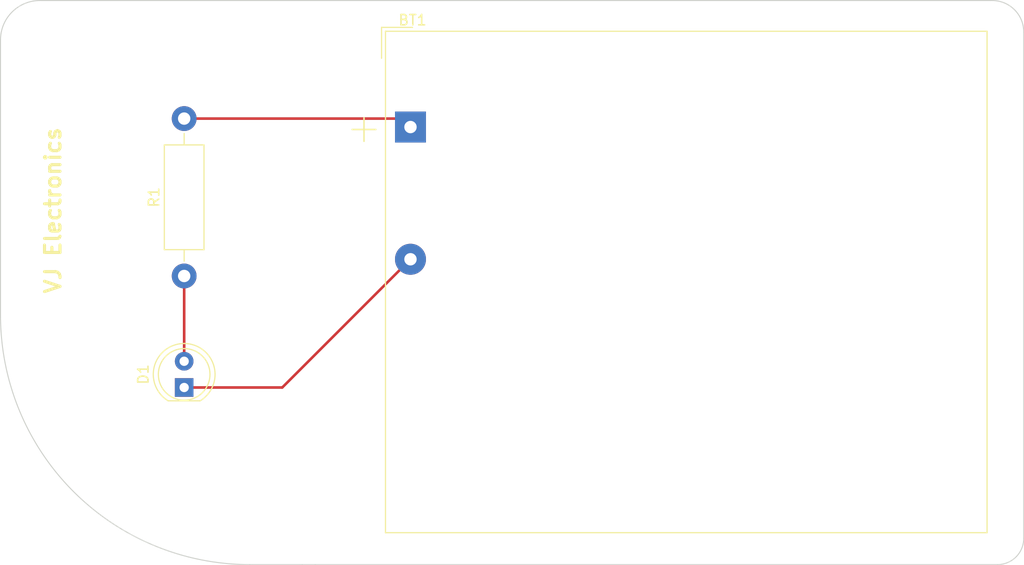
<source format=kicad_pcb>
(kicad_pcb (version 20171130) (host pcbnew 5.1.5-52549c5~84~ubuntu18.04.1)

  (general
    (thickness 1.6)
    (drawings 12)
    (tracks 6)
    (zones 0)
    (modules 3)
    (nets 4)
  )

  (page A4)
  (layers
    (0 F.Cu signal)
    (31 B.Cu signal)
    (32 B.Adhes user)
    (33 F.Adhes user)
    (34 B.Paste user)
    (35 F.Paste user)
    (36 B.SilkS user)
    (37 F.SilkS user)
    (38 B.Mask user)
    (39 F.Mask user)
    (40 Dwgs.User user)
    (41 Cmts.User user)
    (42 Eco1.User user)
    (43 Eco2.User user)
    (44 Edge.Cuts user)
    (45 Margin user)
    (46 B.CrtYd user)
    (47 F.CrtYd user)
    (48 B.Fab user)
    (49 F.Fab user)
  )

  (setup
    (last_trace_width 0.25)
    (trace_clearance 0.2)
    (zone_clearance 0.508)
    (zone_45_only no)
    (trace_min 0.2)
    (via_size 0.8)
    (via_drill 0.4)
    (via_min_size 0.4)
    (via_min_drill 0.3)
    (uvia_size 0.3)
    (uvia_drill 0.1)
    (uvias_allowed no)
    (uvia_min_size 0.2)
    (uvia_min_drill 0.1)
    (edge_width 0.05)
    (segment_width 0.2)
    (pcb_text_width 0.3)
    (pcb_text_size 1.5 1.5)
    (mod_edge_width 0.12)
    (mod_text_size 1 1)
    (mod_text_width 0.15)
    (pad_size 1.524 1.524)
    (pad_drill 0.762)
    (pad_to_mask_clearance 0.051)
    (solder_mask_min_width 0.25)
    (aux_axis_origin 0 0)
    (visible_elements FFFFFF7F)
    (pcbplotparams
      (layerselection 0x010fc_ffffffff)
      (usegerberextensions false)
      (usegerberattributes false)
      (usegerberadvancedattributes false)
      (creategerberjobfile false)
      (excludeedgelayer true)
      (linewidth 0.100000)
      (plotframeref false)
      (viasonmask false)
      (mode 1)
      (useauxorigin false)
      (hpglpennumber 1)
      (hpglpenspeed 20)
      (hpglpendiameter 15.000000)
      (psnegative false)
      (psa4output false)
      (plotreference true)
      (plotvalue true)
      (plotinvisibletext false)
      (padsonsilk false)
      (subtractmaskfromsilk false)
      (outputformat 1)
      (mirror false)
      (drillshape 1)
      (scaleselection 1)
      (outputdirectory ""))
  )

  (net 0 "")
  (net 1 "Net-(BT1-Pad1)")
  (net 2 "Net-(BT1-Pad2)")
  (net 3 "Net-(D1-Pad2)")

  (net_class Default "This is the default net class."
    (clearance 0.2)
    (trace_width 0.25)
    (via_dia 0.8)
    (via_drill 0.4)
    (uvia_dia 0.3)
    (uvia_drill 0.1)
    (add_net "Net-(BT1-Pad1)")
    (add_net "Net-(BT1-Pad2)")
    (add_net "Net-(D1-Pad2)")
  )

  (module Battery:BatteryHolder_TruPower_BH-331P_3xAA (layer F.Cu) (tedit 5C55E623) (tstamp 5E230EAD)
    (at 118.430001 84.640001)
    (descr "Keystone Battery Holder BH-331P Battery Type 3xAA (Script generated with StandardBox.py) (Keystone Battery Holder BH-331P Battery Type 3xAA)")
    (tags "Battery Holder BH-331P Battery Type 3xAA")
    (path /5E23051E)
    (fp_text reference BT1 (at 0.2 -10.35) (layer F.SilkS)
      (effects (font (size 1 1) (thickness 0.15)))
    )
    (fp_text value 5v (at 26.7 40.15) (layer F.Fab)
      (effects (font (size 1 1) (thickness 0.15)))
    )
    (fp_line (start -1.3 -9.15) (end 55.7 -9.15) (layer F.Fab) (width 0.1))
    (fp_line (start 55.7 -9.15) (end 55.7 39.15) (layer F.Fab) (width 0.1))
    (fp_line (start 55.7 39.15) (end -2.3 39.15) (layer F.Fab) (width 0.1))
    (fp_line (start -2.3 39.15) (end -2.3 -8.15) (layer F.Fab) (width 0.1))
    (fp_line (start -2.3 -8.15) (end -1.3 -9.15) (layer F.Fab) (width 0.1))
    (fp_line (start -2.8 -6.65) (end -2.8 -9.65) (layer F.SilkS) (width 0.12))
    (fp_line (start -2.8 -9.65) (end 0.2 -9.65) (layer F.SilkS) (width 0.12))
    (fp_line (start -2.42 -9.27) (end 55.82 -9.27) (layer F.SilkS) (width 0.12))
    (fp_line (start 55.82 -9.27) (end 55.82 39.27) (layer F.SilkS) (width 0.12))
    (fp_line (start -2.42 39.27) (end 55.82 39.27) (layer F.SilkS) (width 0.12))
    (fp_line (start -2.42 -9.27) (end -2.42 39.27) (layer F.SilkS) (width 0.12))
    (fp_line (start -2.55 -9.4) (end 55.95 -9.4) (layer F.CrtYd) (width 0.05))
    (fp_line (start 55.95 -9.4) (end 55.95 39.4) (layer F.CrtYd) (width 0.05))
    (fp_line (start -2.55 39.4) (end 55.95 39.4) (layer F.CrtYd) (width 0.05))
    (fp_line (start -2.55 -9.4) (end -2.55 39.4) (layer F.CrtYd) (width 0.05))
    (fp_text user %R (at 26.7 15) (layer F.Fab)
      (effects (font (size 1 1) (thickness 0.15)))
    )
    (fp_text user + (at -4.5 0) (layer F.SilkS)
      (effects (font (size 3 3) (thickness 0.15)))
    )
    (pad 1 thru_hole rect (at 0 0) (size 3 3) (drill 1.2) (layers *.Cu *.Mask)
      (net 1 "Net-(BT1-Pad1)"))
    (pad 2 thru_hole circle (at 0 12.8) (size 3 3) (drill 1.2) (layers *.Cu *.Mask)
      (net 2 "Net-(BT1-Pad2)"))
    (pad "" np_thru_hole circle (at 26.7 0) (size 3.5 3.5) (drill 3.5) (layers *.Cu *.Mask))
    (pad "" np_thru_hole circle (at 26.7 30) (size 3.5 3.5) (drill 3.5) (layers *.Cu *.Mask))
    (model ${KISYS3DMOD}/Battery.3dshapes/BatteryHolder_TruPower_BH-331P_3xAA.wrl
      (at (xyz 0 0 0))
      (scale (xyz 1 1 1))
      (rotate (xyz 0 0 0))
    )
  )

  (module LED_THT:LED_D5.0mm (layer F.Cu) (tedit 5995936A) (tstamp 5E2311A7)
    (at 96.52 109.855 90)
    (descr "LED, diameter 5.0mm, 2 pins, http://cdn-reichelt.de/documents/datenblatt/A500/LL-504BC2E-009.pdf")
    (tags "LED diameter 5.0mm 2 pins")
    (path /5E22F02A)
    (fp_text reference D1 (at 1.27 -3.96 90) (layer F.SilkS)
      (effects (font (size 1 1) (thickness 0.15)))
    )
    (fp_text value LED (at 1.27 3.96 90) (layer F.Fab)
      (effects (font (size 1 1) (thickness 0.15)))
    )
    (fp_arc (start 1.27 0) (end -1.23 -1.469694) (angle 299.1) (layer F.Fab) (width 0.1))
    (fp_arc (start 1.27 0) (end -1.29 -1.54483) (angle 148.9) (layer F.SilkS) (width 0.12))
    (fp_arc (start 1.27 0) (end -1.29 1.54483) (angle -148.9) (layer F.SilkS) (width 0.12))
    (fp_circle (center 1.27 0) (end 3.77 0) (layer F.Fab) (width 0.1))
    (fp_circle (center 1.27 0) (end 3.77 0) (layer F.SilkS) (width 0.12))
    (fp_line (start -1.23 -1.469694) (end -1.23 1.469694) (layer F.Fab) (width 0.1))
    (fp_line (start -1.29 -1.545) (end -1.29 1.545) (layer F.SilkS) (width 0.12))
    (fp_line (start -1.95 -3.25) (end -1.95 3.25) (layer F.CrtYd) (width 0.05))
    (fp_line (start -1.95 3.25) (end 4.5 3.25) (layer F.CrtYd) (width 0.05))
    (fp_line (start 4.5 3.25) (end 4.5 -3.25) (layer F.CrtYd) (width 0.05))
    (fp_line (start 4.5 -3.25) (end -1.95 -3.25) (layer F.CrtYd) (width 0.05))
    (fp_text user %R (at 1.25 0 90) (layer F.Fab)
      (effects (font (size 0.8 0.8) (thickness 0.2)))
    )
    (pad 1 thru_hole rect (at 0 0 90) (size 1.8 1.8) (drill 0.9) (layers *.Cu *.Mask)
      (net 2 "Net-(BT1-Pad2)"))
    (pad 2 thru_hole circle (at 2.54 0 90) (size 1.8 1.8) (drill 0.9) (layers *.Cu *.Mask)
      (net 3 "Net-(D1-Pad2)"))
    (model ${KISYS3DMOD}/LED_THT.3dshapes/LED_D5.0mm.wrl
      (at (xyz 0 0 0))
      (scale (xyz 1 1 1))
      (rotate (xyz 0 0 0))
    )
  )

  (module Resistor_THT:R_Axial_DIN0411_L9.9mm_D3.6mm_P15.24mm_Horizontal (layer F.Cu) (tedit 5AE5139B) (tstamp 5E230ED6)
    (at 96.52 99.06 90)
    (descr "Resistor, Axial_DIN0411 series, Axial, Horizontal, pin pitch=15.24mm, 1W, length*diameter=9.9*3.6mm^2")
    (tags "Resistor Axial_DIN0411 series Axial Horizontal pin pitch 15.24mm 1W length 9.9mm diameter 3.6mm")
    (path /5E22D93B)
    (fp_text reference R1 (at 7.62 -2.92 90) (layer F.SilkS)
      (effects (font (size 1 1) (thickness 0.15)))
    )
    (fp_text value 330 (at 7.62 2.92 90) (layer F.Fab)
      (effects (font (size 1 1) (thickness 0.15)))
    )
    (fp_line (start 2.67 -1.8) (end 2.67 1.8) (layer F.Fab) (width 0.1))
    (fp_line (start 2.67 1.8) (end 12.57 1.8) (layer F.Fab) (width 0.1))
    (fp_line (start 12.57 1.8) (end 12.57 -1.8) (layer F.Fab) (width 0.1))
    (fp_line (start 12.57 -1.8) (end 2.67 -1.8) (layer F.Fab) (width 0.1))
    (fp_line (start 0 0) (end 2.67 0) (layer F.Fab) (width 0.1))
    (fp_line (start 15.24 0) (end 12.57 0) (layer F.Fab) (width 0.1))
    (fp_line (start 2.55 -1.92) (end 2.55 1.92) (layer F.SilkS) (width 0.12))
    (fp_line (start 2.55 1.92) (end 12.69 1.92) (layer F.SilkS) (width 0.12))
    (fp_line (start 12.69 1.92) (end 12.69 -1.92) (layer F.SilkS) (width 0.12))
    (fp_line (start 12.69 -1.92) (end 2.55 -1.92) (layer F.SilkS) (width 0.12))
    (fp_line (start 1.44 0) (end 2.55 0) (layer F.SilkS) (width 0.12))
    (fp_line (start 13.8 0) (end 12.69 0) (layer F.SilkS) (width 0.12))
    (fp_line (start -1.45 -2.05) (end -1.45 2.05) (layer F.CrtYd) (width 0.05))
    (fp_line (start -1.45 2.05) (end 16.69 2.05) (layer F.CrtYd) (width 0.05))
    (fp_line (start 16.69 2.05) (end 16.69 -2.05) (layer F.CrtYd) (width 0.05))
    (fp_line (start 16.69 -2.05) (end -1.45 -2.05) (layer F.CrtYd) (width 0.05))
    (fp_text user %R (at 7.62 0 90) (layer F.Fab)
      (effects (font (size 1 1) (thickness 0.15)))
    )
    (pad 1 thru_hole circle (at 0 0 90) (size 2.4 2.4) (drill 1.2) (layers *.Cu *.Mask)
      (net 3 "Net-(D1-Pad2)"))
    (pad 2 thru_hole oval (at 15.24 0 90) (size 2.4 2.4) (drill 1.2) (layers *.Cu *.Mask)
      (net 1 "Net-(BT1-Pad1)"))
    (model ${KISYS3DMOD}/Resistor_THT.3dshapes/R_Axial_DIN0411_L9.9mm_D3.6mm_P15.24mm_Horizontal.wrl
      (at (xyz 0 0 0))
      (scale (xyz 1 1 1))
      (rotate (xyz 0 0 0))
    )
  )

  (gr_text "VJ Electronics" (at 83.82 92.71 90) (layer F.SilkS)
    (effects (font (size 1.5 1.5) (thickness 0.3)))
  )
  (gr_arc (start 175.26 124.46) (end 175.26 127) (angle -90) (layer Edge.Cuts) (width 0.1))
  (gr_arc (start 174.752 75.438) (end 177.8 75.438) (angle -90) (layer Edge.Cuts) (width 0.1))
  (gr_line (start 78.74 76.2) (end 78.74 101.6) (layer Edge.Cuts) (width 0.1) (tstamp 5E23124E))
  (gr_line (start 174.752 72.39) (end 82.55 72.39) (layer Edge.Cuts) (width 0.1) (tstamp 5E23124D))
  (gr_arc (start 82.55 76.2) (end 82.55 72.39) (angle -90) (layer Edge.Cuts) (width 0.1))
  (gr_line (start 78.74 102.87) (end 78.74 101.6) (layer Edge.Cuts) (width 0.1) (tstamp 5E23115E))
  (gr_line (start 107.95 127) (end 109.22 127) (layer Edge.Cuts) (width 0.1) (tstamp 5E23115D))
  (gr_line (start 102.87 127) (end 107.95 127) (layer Edge.Cuts) (width 0.1))
  (gr_arc (start 102.87 102.87) (end 78.74 102.87) (angle -90) (layer Edge.Cuts) (width 0.1))
  (gr_line (start 175.26 127) (end 109.22 127) (layer Edge.Cuts) (width 0.1))
  (gr_line (start 177.8 75.438) (end 177.8 124.46) (layer Edge.Cuts) (width 0.1))

  (segment (start 96.52 83.82) (end 95.885 83.82) (width 0.25) (layer F.Cu) (net 1))
  (segment (start 117.61 83.82) (end 118.430001 84.640001) (width 0.25) (layer F.Cu) (net 1))
  (segment (start 96.52 83.82) (end 117.61 83.82) (width 0.25) (layer F.Cu) (net 1))
  (segment (start 106.015002 109.855) (end 96.52 109.855) (width 0.25) (layer F.Cu) (net 2))
  (segment (start 118.430001 97.440001) (end 106.015002 109.855) (width 0.25) (layer F.Cu) (net 2))
  (segment (start 96.52 107.315) (end 96.52 99.06) (width 0.25) (layer F.Cu) (net 3))

)

</source>
